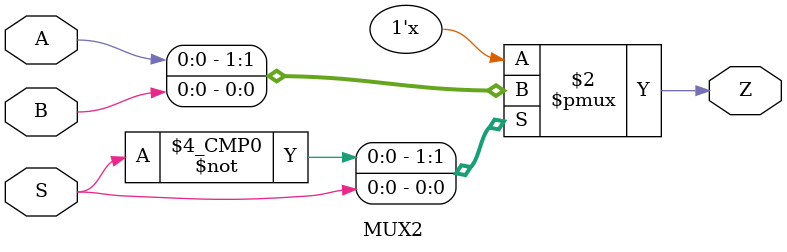
<source format=v>

module MUX2(
    input  A,
    input  B,
    input  S,

    output reg Z

);

always @(*) begin

    case (S)
        1'b0 : Z = A;
        1'b1 : Z = B;
        default : Z = 1'bx;
    endcase
end

endmodule 

</source>
